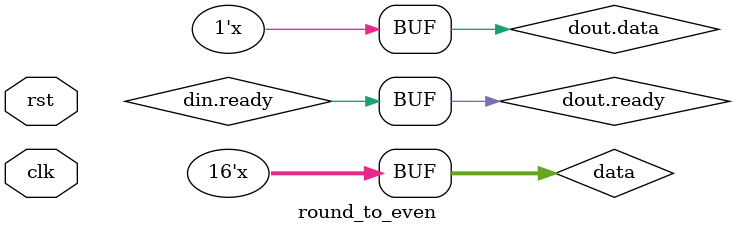
<source format=sv>
module round_to_even #(
                            parameter NBITS = 0,
                            parameter DIN = 16
                            )
   (
    input logic clk,
    input       rst,
    dti.consumer din,
    dti.producer dout
    );

   assign dout.valid = din.valid;
   assign din.ready = dout.ready;

   logic [DIN-1:0] data;

   assign data = din.data[DIN-1:0] + { {(DIN-NBITS){1'b0}}, din.data[NBITS-1], {(NBITS-1){!din.data[NBITS-1]}}};
   assign dout.data = {{data[DIN-1:NBITS]}, {(NBITS){1'b0}} };

endmodule

</source>
